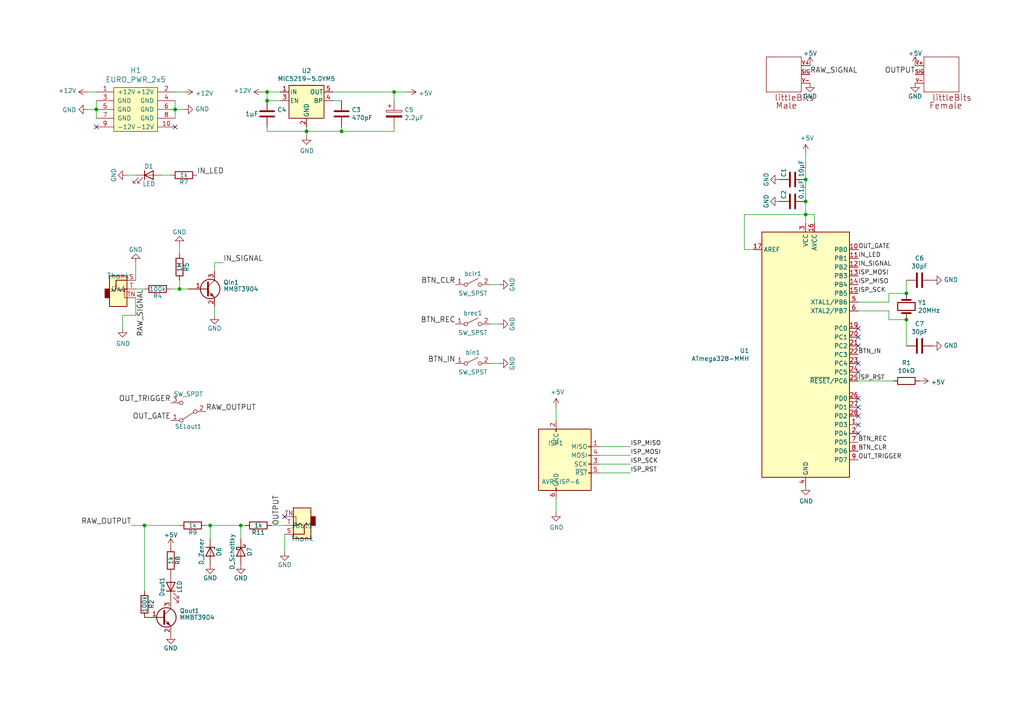
<source format=kicad_sch>
(kicad_sch (version 20230121) (generator eeschema)
  (paper "A4")
  (lib_symbols
    (symbol "Connector:AVR-ISP-6" (pin_names (offset 1.016))
      (property "Reference" "J" (at -6.35 11.43 0))
      (property "Value" "AVR-ISP-6" (at 0 11.43 0))
      (symbol "AVR-ISP-6_0_1"
        (rectangle (start -2.667 -6.858) (end -2.413 -7.62))
        (rectangle (start -2.667 10.16) (end -2.413 9.398))
        (rectangle (start 7.62 -2.413) (end 6.858 -2.667))
        (rectangle (start 7.62 0.127) (end 6.858 -0.127))
        (rectangle (start 7.62 2.667) (end 6.858 2.413))
        (rectangle (start 7.62 5.207) (end 6.858 4.953))
        (rectangle (start 7.62 10.16) (end -7.62 -7.62) (stroke (width 0.254)) (fill (type background)))
      )
      (symbol "AVR-ISP-6_1_1"
        (pin passive line (at 10.16 5.08 180) (length 2.54) (name "MISO") (number "1"))
        (pin passive line (at -2.54 12.7 270) (length 2.54) (name "VCC") (number "2"))
        (pin passive line (at 10.16 0 180) (length 2.54) (name "SCK") (number "3"))
        (pin passive line (at 10.16 2.54 180) (length 2.54) (name "MOSI") (number "4"))
        (pin passive line (at 10.16 -2.54 180) (length 2.54) (name "~{RST}") (number "5"))
        (pin passive line (at -2.54 -10.16 90) (length 2.54) (name "GND") (number "6"))
      )
    )
    (symbol "Device:C" (pin_numbers hide) (pin_names (offset 0.254))
      (property "Reference" "C" (at 0.635 2.54 0))
      (property "Value" "C" (at 0.635 -2.54 0))
      (symbol "C_0_1"
        (polyline (pts (xy -2.032 -0.762) (xy 2.032 -0.762)) (stroke (width 0.508)))
        (polyline (pts (xy -2.032 0.762) (xy 2.032 0.762)) (stroke (width 0.508)))
      )
      (symbol "C_1_1"
        (pin passive line (at 0 3.81 270) (length 2.794) (name "~") (number "1"))
        (pin passive line (at 0 -3.81 90) (length 2.794) (name "~") (number "2"))
      )
    )
    (symbol "Device:Crystal" (pin_numbers hide) (pin_names (offset 1.016) hide)
      (property "Reference" "Y" (at 0 3.81 0))
      (property "Value" "Crystal" (at 0 -3.81 0))
      (symbol "Crystal_0_1"
        (rectangle (start -1.143 2.54) (end 1.143 -2.54) (stroke (width 0.3048)))
        (polyline (pts (xy -2.54 0) (xy -1.905 0)))
        (polyline (pts (xy -1.905 -1.27) (xy -1.905 1.27)) (stroke (width 0.508)))
        (polyline (pts (xy 1.905 -1.27) (xy 1.905 1.27)) (stroke (width 0.508)))
        (polyline (pts (xy 2.54 0) (xy 1.905 0)))
      )
      (symbol "Crystal_1_1"
        (pin passive line (at -3.81 0 0) (length 1.27) (name "1") (number "1"))
        (pin passive line (at 3.81 0 180) (length 1.27) (name "2") (number "2"))
      )
    )
    (symbol "Device:D_Schottky" (pin_numbers hide) (pin_names (offset 1.016) hide)
      (property "Reference" "D" (at 0 2.54 0))
      (property "Value" "D_Schottky" (at 0 -2.54 0))
      (symbol "D_Schottky_0_1"
        (polyline (pts (xy 1.27 0) (xy -1.27 0)))
        (polyline (pts (xy 1.27 1.27) (xy 1.27 -1.27) (xy -1.27 0) (xy 1.27 1.27)) (stroke (width 0.254)))
        (polyline (pts (xy -1.905 0.635) (xy -1.905 1.27) (xy -1.27 1.27) (xy -1.27 -1.27) (xy -0.635 -1.27) (xy -0.635 -0.635)) (stroke (width 0.254)))
      )
      (symbol "D_Schottky_1_1"
        (pin passive line (at -3.81 0 0) (length 2.54) (name "K") (number "1"))
        (pin passive line (at 3.81 0 180) (length 2.54) (name "A") (number "2"))
      )
    )
    (symbol "Device:D_Zener" (pin_numbers hide) (pin_names (offset 1.016) hide)
      (property "Reference" "D" (at 0 2.54 0))
      (property "Value" "D_Zener" (at 0 -2.54 0))
      (symbol "D_Zener_0_1"
        (polyline (pts (xy 1.27 0) (xy -1.27 0)))
        (polyline (pts (xy -1.27 -1.27) (xy -1.27 1.27) (xy -0.762 1.27)) (stroke (width 0.254)))
        (polyline (pts (xy 1.27 -1.27) (xy 1.27 1.27) (xy -1.27 0) (xy 1.27 -1.27)) (stroke (width 0.254)))
      )
      (symbol "D_Zener_1_1"
        (pin passive line (at -3.81 0 0) (length 2.54) (name "K") (number "1"))
        (pin passive line (at 3.81 0 180) (length 2.54) (name "A") (number "2"))
      )
    )
    (symbol "Device:LED" (pin_numbers hide) (pin_names (offset 1.016) hide)
      (property "Reference" "D" (at 0 2.54 0))
      (property "Value" "LED" (at 0 -2.54 0))
      (symbol "LED_0_1"
        (polyline (pts (xy -1.27 -1.27) (xy -1.27 1.27)) (stroke (width 0.254)))
        (polyline (pts (xy -1.27 0) (xy 1.27 0)))
        (polyline (pts (xy 1.27 -1.27) (xy 1.27 1.27) (xy -1.27 0) (xy 1.27 -1.27)) (stroke (width 0.254)))
        (polyline (pts (xy -3.048 -0.762) (xy -4.572 -2.286) (xy -3.81 -2.286) (xy -4.572 -2.286) (xy -4.572 -1.524)))
        (polyline (pts (xy -1.778 -0.762) (xy -3.302 -2.286) (xy -2.54 -2.286) (xy -3.302 -2.286) (xy -3.302 -1.524)))
      )
      (symbol "LED_1_1"
        (pin passive line (at -3.81 0 0) (length 2.54) (name "K") (number "1"))
        (pin passive line (at 3.81 0 180) (length 2.54) (name "A") (number "2"))
      )
    )
    (symbol "Device:R" (pin_numbers hide) (pin_names (offset 0))
      (property "Reference" "R" (at 2.032 0 90))
      (property "Value" "R" (at 0 0 90))
      (symbol "R_0_1"
        (rectangle (start -1.016 -2.54) (end 1.016 2.54) (stroke (width 0.254)))
      )
      (symbol "R_1_1"
        (pin passive line (at 0 3.81 270) (length 1.27) (name "~") (number "1"))
        (pin passive line (at 0 -3.81 90) (length 1.27) (name "~") (number "2"))
      )
    )
    (symbol "Regulator_Linear:MIC5219-5.0YM5" (pin_names (offset 0.254))
      (property "Reference" "U" (at -3.81 5.715 0))
      (property "Value" "MIC5219-5.0YM5" (at 0 5.715 0))
      (symbol "MIC5219-5.0YM5_0_1"
        (rectangle (start -5.08 4.445) (end 5.08 -5.08) (stroke (width 0.254)) (fill (type background)))
      )
      (symbol "MIC5219-5.0YM5_1_1"
        (pin power_in line (at -7.62 2.54 0) (length 2.54) (name "IN") (number "1"))
        (pin power_in line (at 0 -7.62 90) (length 2.54) (name "GND") (number "2"))
        (pin input line (at -7.62 0 0) (length 2.54) (name "EN") (number "3"))
        (pin input line (at 7.62 0 180) (length 2.54) (name "BP") (number "4"))
        (pin power_out line (at 7.62 2.54 180) (length 2.54) (name "OUT") (number "5"))
      )
    )
    (symbol "Switch:SW_SPDT" (pin_names (offset 0) hide)
      (property "Reference" "SW" (at 0 4.318 0))
      (property "Value" "SW_SPDT" (at 0 -5.08 0))
      (symbol "SW_SPDT_0_0"
        (circle (center -2.032 0) (radius 0.508))
        (circle (center 2.032 -2.54) (radius 0.508))
      )
      (symbol "SW_SPDT_0_1"
        (polyline (pts (xy -1.524 0.254) (xy 1.651 2.286)))
        (circle (center 2.032 2.54) (radius 0.508))
      )
      (symbol "SW_SPDT_1_1"
        (pin passive line (at 5.08 2.54 180) (length 2.54) (name "A") (number "1"))
        (pin passive line (at -5.08 0 0) (length 2.54) (name "B") (number "2"))
        (pin passive line (at 5.08 -2.54 180) (length 2.54) (name "C") (number "3"))
      )
    )
    (symbol "Switch:SW_SPST" (pin_names (offset 0) hide)
      (property "Reference" "SW" (at 0 3.175 0))
      (property "Value" "SW_SPST" (at 0 -2.54 0))
      (symbol "SW_SPST_0_0"
        (circle (center -2.032 0) (radius 0.508))
        (polyline (pts (xy -1.524 0.254) (xy 1.524 1.778)))
        (circle (center 2.032 0) (radius 0.508))
      )
      (symbol "SW_SPST_1_1"
        (pin passive line (at -5.08 0 0) (length 2.54) (name "A") (number "1"))
        (pin passive line (at 5.08 0 180) (length 2.54) (name "B") (number "2"))
      )
    )
    (symbol "Transistor_BJT:MMBT3904" (pin_names (offset 0) hide)
      (property "Reference" "Q" (at 5.08 1.905 0))
      (property "Value" "MMBT3904" (at 5.08 0 0))
      (symbol "MMBT3904_0_1"
        (polyline (pts (xy 0.635 0.635) (xy 2.54 2.54)))
        (polyline (pts (xy 0.635 -0.635) (xy 2.54 -2.54) (xy 2.54 -2.54)))
        (polyline (pts (xy 0.635 1.905) (xy 0.635 -1.905) (xy 0.635 -1.905)) (stroke (width 0.508)))
        (polyline (pts (xy 1.27 -1.778) (xy 1.778 -1.27) (xy 2.286 -2.286) (xy 1.27 -1.778) (xy 1.27 -1.778)) (fill (type outline)))
        (circle (center 1.27 0) (radius 2.8194) (stroke (width 0.254)))
      )
      (symbol "MMBT3904_1_1"
        (pin input line (at -5.08 0 0) (length 5.715) (name "B") (number "1"))
        (pin passive line (at 2.54 -5.08 90) (length 2.54) (name "E") (number "2"))
        (pin passive line (at 2.54 5.08 270) (length 2.54) (name "C") (number "3"))
      )
    )
    (symbol "microdrummer_uno-rescue:ATmega328-MMH-MCU_Microchip_ATmega"
      (property "Reference" "U" (at -12.7 36.83 0))
      (property "Value" "MCU_Microchip_ATmega_ATmega328-MMH" (at 2.54 -36.83 0))
      (symbol "ATmega328-MMH-MCU_Microchip_ATmega_0_1"
        (rectangle (start -12.7 -35.56) (end 12.7 35.56) (stroke (width 0.254)) (fill (type background)))
      )
      (symbol "ATmega328-MMH-MCU_Microchip_ATmega_1_1"
        (pin bidirectional line (at 15.24 -20.32 180) (length 2.54) (name "PD3") (number "1"))
        (pin bidirectional line (at 15.24 30.48 180) (length 2.54) (name "PB0") (number "10"))
        (pin bidirectional line (at 15.24 27.94 180) (length 2.54) (name "PB1") (number "11"))
        (pin bidirectional line (at 15.24 25.4 180) (length 2.54) (name "PB2") (number "12"))
        (pin bidirectional line (at 15.24 22.86 180) (length 2.54) (name "PB3") (number "13"))
        (pin bidirectional line (at 15.24 20.32 180) (length 2.54) (name "PB4") (number "14"))
        (pin bidirectional line (at 15.24 17.78 180) (length 2.54) (name "PB5") (number "15"))
        (pin power_in line (at 2.54 38.1 270) (length 2.54) (name "AVCC") (number "16"))
        (pin passive line (at -15.24 30.48 0) (length 2.54) (name "AREF") (number "17"))
        (pin passive line (at 0 -38.1 90) (length 2.54) hide (name "GND") (number "18"))
        (pin bidirectional line (at 15.24 7.62 180) (length 2.54) (name "PC0") (number "19"))
        (pin bidirectional line (at 15.24 -22.86 180) (length 2.54) (name "PD4") (number "2"))
        (pin bidirectional line (at 15.24 5.08 180) (length 2.54) (name "PC1") (number "20"))
        (pin bidirectional line (at 15.24 2.54 180) (length 2.54) (name "PC2") (number "21"))
        (pin bidirectional line (at 15.24 0 180) (length 2.54) (name "PC3") (number "22"))
        (pin bidirectional line (at 15.24 -2.54 180) (length 2.54) (name "PC4") (number "23"))
        (pin bidirectional line (at 15.24 -5.08 180) (length 2.54) (name "PC5") (number "24"))
        (pin bidirectional line (at 15.24 -7.62 180) (length 2.54) (name "~{RESET}/PC6") (number "25"))
        (pin bidirectional line (at 15.24 -12.7 180) (length 2.54) (name "PD0") (number "26"))
        (pin bidirectional line (at 15.24 -15.24 180) (length 2.54) (name "PD1") (number "27"))
        (pin bidirectional line (at 15.24 -17.78 180) (length 2.54) (name "PD2") (number "28"))
        (pin passive line (at 0 -38.1 90) (length 2.54) hide (name "GND") (number "29"))
        (pin power_in line (at 0 38.1 270) (length 2.54) (name "VCC") (number "3"))
        (pin power_in line (at 0 -38.1 90) (length 2.54) (name "GND") (number "4"))
        (pin bidirectional line (at 15.24 15.24 180) (length 2.54) (name "XTAL1/PB6") (number "5"))
        (pin bidirectional line (at 15.24 12.7 180) (length 2.54) (name "XTAL2/PB7") (number "6"))
        (pin bidirectional line (at 15.24 -25.4 180) (length 2.54) (name "PD5") (number "7"))
        (pin bidirectional line (at 15.24 -27.94 180) (length 2.54) (name "PD6") (number "8"))
        (pin bidirectional line (at 15.24 -30.48 180) (length 2.54) (name "PD7") (number "9"))
      )
    )
    (symbol "microdrummer_uno-rescue:AudioJack2_SwitchT-Connector"
      (property "Reference" "J" (at 0 8.89 0))
      (property "Value" "Connector_AudioJack2_SwitchT" (at 0 6.35 0))
      (symbol "AudioJack2_SwitchT-Connector_0_1"
        (rectangle (start -2.54 0) (end -3.81 -2.54) (stroke (width 0.254)) (fill (type outline)))
        (polyline (pts (xy 1.778 -0.254) (xy 2.032 -0.762)))
        (polyline (pts (xy 0 0) (xy 0.635 -0.635) (xy 1.27 0) (xy 2.54 0)) (stroke (width 0.254)))
        (polyline (pts (xy 2.54 -2.54) (xy 1.778 -2.54) (xy 1.778 -0.254) (xy 1.524 -0.762)))
        (polyline (pts (xy 2.54 2.54) (xy -0.635 2.54) (xy -0.635 0) (xy -1.27 -0.635) (xy -1.905 0)) (stroke (width 0.254)))
        (rectangle (start 2.54 3.81) (end -2.54 -5.08) (stroke (width 0.254)) (fill (type background)))
      )
      (symbol "AudioJack2_SwitchT-Connector_1_1"
        (pin passive line (at 5.08 2.54 180) (length 2.54) (name "~") (number "S"))
        (pin passive line (at 5.08 0 180) (length 2.54) (name "~") (number "T"))
        (pin passive line (at 5.08 -2.54 180) (length 2.54) (name "~") (number "TN"))
      )
    )
    (symbol "microdrummer_uno-rescue:CP-Device" (pin_numbers hide) (pin_names (offset 0.254))
      (property "Reference" "C" (at 0.635 2.54 0))
      (property "Value" "Device_CP" (at 0.635 -2.54 0))
      (symbol "CP-Device_0_1"
        (rectangle (start -2.286 0.508) (end 2.286 1.016))
        (polyline (pts (xy -1.778 2.286) (xy -0.762 2.286)))
        (polyline (pts (xy -1.27 2.794) (xy -1.27 1.778)))
        (rectangle (start 2.286 -0.508) (end -2.286 -1.016) (fill (type outline)))
      )
      (symbol "CP-Device_1_1"
        (pin passive line (at 0 3.81 270) (length 2.794) (name "~") (number "1"))
        (pin passive line (at 0 -3.81 90) (length 2.794) (name "~") (number "2"))
      )
    )
    (symbol "microdrummer_uno-rescue:EURO_PWR_2x5-eurocad" (pin_names (offset 1.016))
      (property "Reference" "J" (at 0 -7.62 0))
      (property "Value" "eurocad_EURO_PWR_2x5" (at 0 7.62 0))
      (symbol "EURO_PWR_2x5-eurocad_0_1"
        (rectangle (start -6.35 6.35) (end 6.35 -6.35) (fill (type background)))
      )
      (symbol "EURO_PWR_2x5-eurocad_1_1"
        (pin power_in line (at -11.43 5.08 0) (length 5.08) (name "+12V") (number "1"))
        (pin power_in line (at 11.43 -5.08 180) (length 5.08) (name "-12V") (number "10"))
        (pin power_in line (at 11.43 5.08 180) (length 5.08) (name "+12V") (number "2"))
        (pin power_in line (at -11.43 2.54 0) (length 5.08) (name "GND") (number "3"))
        (pin power_in line (at 11.43 2.54 180) (length 5.08) (name "GND") (number "4"))
        (pin power_in line (at -11.43 0 0) (length 5.08) (name "GND") (number "5"))
        (pin power_in line (at 11.43 0 180) (length 5.08) (name "GND") (number "6"))
        (pin power_in line (at -11.43 -2.54 0) (length 5.08) (name "GND") (number "7"))
        (pin power_in line (at 11.43 -2.54 180) (length 5.08) (name "GND") (number "8"))
        (pin power_in line (at -11.43 -5.08 0) (length 5.08) (name "-12V") (number "9"))
      )
    )
    (symbol "microdrummer_uno-rescue:LITTLEBITS_FEMALE-SparkFun-Connectors-microdrummer_uno-rescue" (pin_names (offset 1.016) hide)
      (symbol "LITTLEBITS_FEMALE-SparkFun-Connectors-microdrummer_uno-rescue_1_0"
        (polyline (pts (xy -5.08 -5.08) (xy 5.08 -5.08)))
        (polyline (pts (xy -5.08 5.08) (xy -5.08 -5.08)))
        (polyline (pts (xy 5.08 -5.08) (xy 5.08 5.08)))
        (polyline (pts (xy 5.08 5.08) (xy -5.08 5.08)))
        (text "Female" (at 1.27 -9.017 0) (effects (font (size 1.778 1.778))))
        (text "littleBits" (at 3.048 -6.731 0) (effects (font (size 1.778 1.778))))
      )
      (symbol "LITTLEBITS_FEMALE-SparkFun-Connectors-microdrummer_uno-rescue_1_1"
        (pin bidirectional line (at -7.62 0 0) (length 2.54) (name "SIG") (number "SIG"))
        (pin bidirectional line (at -7.62 2.54 0) (length 2.54) (name "VCC") (number "V+"))
        (pin bidirectional line (at -7.62 -2.54 0) (length 2.54) (name "GND") (number "V-"))
      )
    )
    (symbol "microdrummer_uno-rescue:LITTLEBITS_MALE-SparkFun-Connectors-microdrummer_uno-rescue" (pin_names (offset 1.016) hide)
      (symbol "LITTLEBITS_MALE-SparkFun-Connectors-microdrummer_uno-rescue_1_0"
        (polyline (pts (xy -5.08 -5.08) (xy 5.08 -5.08)))
        (polyline (pts (xy -5.08 5.08) (xy -5.08 -5.08)))
        (polyline (pts (xy 5.08 -5.08) (xy 5.08 5.08)))
        (polyline (pts (xy 5.08 5.08) (xy -5.08 5.08)))
        (text "littleBits" (at 3.048 -6.731 0) (effects (font (size 1.778 1.778))))
        (text "Male" (at 0.762 -9.017 0) (effects (font (size 1.778 1.778))))
      )
      (symbol "LITTLEBITS_MALE-SparkFun-Connectors-microdrummer_uno-rescue_1_1"
        (pin bidirectional line (at 7.62 0 180) (length 2.54) (name "SIG") (number "SIG"))
        (pin bidirectional line (at 7.62 2.54 180) (length 2.54) (name "VCC") (number "V+"))
        (pin bidirectional line (at 7.62 -2.54 180) (length 2.54) (name "GND") (number "V-"))
      )
    )
    (symbol "power:+12V" (power) (pin_names (offset 0))
      (property "Value" "+12V" (at 0 3.556 0))
      (symbol "+12V_0_1"
        (polyline (pts (xy -0.762 1.27) (xy 0 2.54)))
        (polyline (pts (xy 0 0) (xy 0 2.54)))
        (polyline (pts (xy 0 2.54) (xy 0.762 1.27)))
      )
      (symbol "+12V_1_1"
        (pin power_in line (at 0 0 90) (length 0) hide (name "+12V") (number "1"))
      )
    )
    (symbol "power:+5V" (power) (pin_names (offset 0))
      (property "Value" "+5V" (at 0 3.556 0))
      (symbol "+5V_0_1"
        (polyline (pts (xy -0.762 1.27) (xy 0 2.54)))
        (polyline (pts (xy 0 0) (xy 0 2.54)))
        (polyline (pts (xy 0 2.54) (xy 0.762 1.27)))
      )
      (symbol "+5V_1_1"
        (pin power_in line (at 0 0 90) (length 0) hide (name "+5V") (number "1"))
      )
    )
    (symbol "power:GND" (power) (pin_names (offset 0))
      (property "Value" "GND" (at 0 -3.81 0))
      (symbol "GND_0_1"
        (polyline (pts (xy 0 0) (xy 0 -1.27) (xy 1.27 -1.27) (xy 0 -2.54) (xy -1.27 -1.27) (xy 0 -1.27)))
      )
      (symbol "GND_1_1"
        (pin power_in line (at 0 0 270) (length 0) hide (name "GND") (number "1"))
      )
    )
  )
  (junction (at 60.96 152.4))
  (junction (at 69.85 152.4))
  (junction (at 233.68 62.23))
  (junction (at 88.9 38.1))
  (junction (at 77.47 29.21))
  (junction (at 233.68 58.42))
  (junction (at 27.94 31.75))
  (junction (at 262.89 85.09))
  (junction (at 50.8 31.75))
  (junction (at 52.07 83.82))
  (junction (at 99.06 38.1))
  (junction (at 233.68 52.07))
  (junction (at 262.89 92.71))
  (junction (at 114.3 26.67))
  (junction (at 41.91 152.4))
  (junction (at 77.47 26.67))
  (no_connect (at 82.55 149.86))
  (no_connect (at 50.8 36.83))
  (no_connect (at 248.92 107.95))
  (no_connect (at 248.92 118.11))
  (no_connect (at 27.94 36.83))
  (no_connect (at 248.92 97.79))
  (no_connect (at 248.92 105.41))
  (no_connect (at 248.92 125.73))
  (no_connect (at 248.92 115.57))
  (no_connect (at 248.92 123.19))
  (no_connect (at 248.92 95.25))
  (no_connect (at 248.92 100.33))
  (no_connect (at 248.92 120.65))
  (wire (pts (xy 41.91 171.45) (xy 41.91 152.4)))
  (wire (pts (xy 215.9 72.39) (xy 218.44 72.39)))
  (wire (pts (xy 233.68 62.23) (xy 233.68 58.42)))
  (wire (pts (xy 82.55 154.94) (xy 82.55 160.02)))
  (wire (pts (xy 62.23 88.9) (xy 62.23 91.44)))
  (wire (pts (xy 39.37 76.2) (xy 39.37 81.28)))
  (wire (pts (xy 50.8 31.75) (xy 53.34 31.75)))
  (wire (pts (xy 262.89 85.09) (xy 262.89 81.28)))
  (wire (pts (xy 69.85 152.4) (xy 71.12 152.4)))
  (wire (pts (xy 233.68 52.07) (xy 233.68 44.45)))
  (wire (pts (xy 233.68 62.23) (xy 215.9 62.23)))
  (wire (pts (xy 39.37 50.8) (xy 36.83 50.8)))
  (wire (pts (xy 257.81 87.63) (xy 257.81 85.09)))
  (wire (pts (xy 77.47 38.1) (xy 88.9 38.1)))
  (wire (pts (xy 41.91 152.4) (xy 52.07 152.4)))
  (wire (pts (xy 236.22 62.23) (xy 236.22 64.77)))
  (wire (pts (xy 173.99 132.08) (xy 182.88 132.08)))
  (wire (pts (xy 96.52 26.67) (xy 114.3 26.67)))
  (wire (pts (xy 50.8 26.67) (xy 53.34 26.67)))
  (wire (pts (xy 257.81 85.09) (xy 262.89 85.09)))
  (wire (pts (xy 88.9 36.83) (xy 88.9 38.1)))
  (wire (pts (xy 27.94 34.29) (xy 27.94 31.75)))
  (wire (pts (xy 52.07 83.82) (xy 54.61 83.82)))
  (wire (pts (xy 62.23 76.2) (xy 62.23 78.74)))
  (wire (pts (xy 182.88 129.54) (xy 173.99 129.54)))
  (wire (pts (xy 182.88 137.16) (xy 173.99 137.16)))
  (wire (pts (xy 248.92 90.17) (xy 257.81 90.17)))
  (wire (pts (xy 64.77 76.2) (xy 62.23 76.2)))
  (wire (pts (xy 233.68 64.77) (xy 233.68 62.23)))
  (wire (pts (xy 69.85 156.21) (xy 69.85 152.4)))
  (wire (pts (xy 78.74 152.4) (xy 82.55 152.4)))
  (wire (pts (xy 144.78 105.41) (xy 142.24 105.41)))
  (wire (pts (xy 96.52 29.21) (xy 99.06 29.21)))
  (wire (pts (xy 50.8 34.29) (xy 50.8 31.75)))
  (wire (pts (xy 114.3 26.67) (xy 118.11 26.67)))
  (wire (pts (xy 114.3 26.67) (xy 114.3 29.21)))
  (wire (pts (xy 49.53 83.82) (xy 52.07 83.82)))
  (wire (pts (xy 114.3 36.83) (xy 114.3 38.1)))
  (wire (pts (xy 77.47 26.67) (xy 81.28 26.67)))
  (wire (pts (xy 39.37 91.44) (xy 39.37 86.36)))
  (wire (pts (xy 27.94 31.75) (xy 25.4 31.75)))
  (wire (pts (xy 77.47 29.21) (xy 77.47 26.67)))
  (wire (pts (xy 99.06 38.1) (xy 88.9 38.1)))
  (wire (pts (xy 76.2 26.67) (xy 77.47 26.67)))
  (wire (pts (xy 114.3 38.1) (xy 99.06 38.1)))
  (wire (pts (xy 88.9 38.1) (xy 88.9 39.37)))
  (wire (pts (xy 182.88 134.62) (xy 173.99 134.62)))
  (wire (pts (xy 41.91 83.82) (xy 39.37 83.82)))
  (wire (pts (xy 215.9 62.23) (xy 215.9 72.39)))
  (wire (pts (xy 60.96 152.4) (xy 69.85 152.4)))
  (wire (pts (xy 35.56 95.25) (xy 35.56 91.44)))
  (wire (pts (xy 38.1 152.4) (xy 41.91 152.4)))
  (wire (pts (xy 27.94 26.67) (xy 25.4 26.67)))
  (wire (pts (xy 257.81 90.17) (xy 257.81 92.71)))
  (wire (pts (xy 59.69 152.4) (xy 60.96 152.4)))
  (wire (pts (xy 161.29 118.11) (xy 161.29 121.92)))
  (wire (pts (xy 161.29 144.78) (xy 161.29 148.59)))
  (wire (pts (xy 144.78 82.55) (xy 142.24 82.55)))
  (wire (pts (xy 49.53 50.8) (xy 46.99 50.8)))
  (wire (pts (xy 233.68 58.42) (xy 233.68 52.07)))
  (wire (pts (xy 248.92 110.49) (xy 259.08 110.49)))
  (wire (pts (xy 60.96 156.21) (xy 60.96 152.4)))
  (wire (pts (xy 77.47 29.21) (xy 81.28 29.21)))
  (wire (pts (xy 248.92 87.63) (xy 257.81 87.63)))
  (wire (pts (xy 50.8 29.21) (xy 50.8 31.75)))
  (wire (pts (xy 77.47 36.83) (xy 77.47 38.1)))
  (wire (pts (xy 257.81 92.71) (xy 262.89 92.71)))
  (wire (pts (xy 52.07 71.12) (xy 52.07 73.66)))
  (wire (pts (xy 35.56 91.44) (xy 39.37 91.44)))
  (wire (pts (xy 262.89 92.71) (xy 262.89 100.33)))
  (wire (pts (xy 99.06 36.83) (xy 99.06 38.1)))
  (wire (pts (xy 233.68 62.23) (xy 236.22 62.23)))
  (wire (pts (xy 144.78 93.98) (xy 142.24 93.98)))
  (wire (pts (xy 52.07 81.28) (xy 52.07 83.82)))
  (wire (pts (xy 27.94 29.21) (xy 27.94 31.75)))
  (label "BTN_CLR" (at 132.08 82.55 180) (effects (font (size 1.524 1.524))))
  (label "IN_SIGNAL" (at 64.77 76.2 0) (effects (font (size 1.524 1.524))))
  (label "RAW_OUTPUT" (at 38.1 152.4 180) (effects (font (size 1.524 1.524))))
  (label "OUT_TRIGGER" (at 248.92 133.35 0))
  (label "ISP_SCK" (at 182.88 134.62 0))
  (label "ISP_SCK" (at 248.92 85.09 0))
  (label "IN_LED" (at 248.92 74.93 0))
  (label "IN_LED" (at 57.15 50.8 0) (effects (font (size 1.524 1.524))))
  (label "RAW_SIGNAL" (at 234.95 21.59 0) (effects (font (size 1.524 1.524))))
  (label "ISP_MOSI" (at 248.92 80.01 0))
  (label "BTN_IN" (at 132.08 105.41 180) (effects (font (size 1.524 1.524))))
  (label "RAW_OUTPUT" (at 59.69 119.38 0) (effects (font (size 1.524 1.524))))
  (label "ISP_MOSI" (at 182.88 132.08 0))
  (label "OUT_GATE" (at 49.53 121.92 180) (effects (font (size 1.524 1.524))))
  (label "BTN_IN" (at 248.92 102.87 0))
  (label "RAW_SIGNAL" (at 41.91 83.82 270) (effects (font (size 1.524 1.524))))
  (label "ISP_MISO" (at 248.92 82.55 0))
  (label "BTN_REC" (at 132.08 93.98 180) (effects (font (size 1.524 1.524))))
  (label "OUTPUT" (at 81.28 152.4 90) (effects (font (size 1.524 1.524))))
  (label "ISP_MISO" (at 182.88 129.54 0))
  (label "ISP_RST" (at 182.88 137.16 0))
  (label "OUTPUT" (at 265.43 21.59 180) (effects (font (size 1.524 1.524))))
  (label "IN_SIGNAL" (at 248.92 77.47 0))
  (label "BTN_REC" (at 248.92 128.27 0))
  (label "BTN_CLR" (at 248.92 130.81 0))
  (label "OUT_TRIGGER" (at 49.53 116.84 180) (effects (font (size 1.524 1.524))))
  (label "ISP_RST" (at 248.92 110.49 0))
  (label "OUT_GATE" (at 248.92 72.39 0))
  (symbol (lib_id "Switch:SW_SPST") (at 137.16 105.41 0) (unit 1)
    (property "Reference" "bin1" (at 137.16 102.235 0))
    (property "Value" "SW_SPST" (at 137.16 107.95 0))
    (property "Footprint" "chillpizza:Kailh_socket_MX_1.5v" (effects hide))
  )
  (symbol (lib_id "Switch:SW_SPST") (at 137.16 82.55 0) (unit 1)
    (property "Reference" "bclr1" (at 137.16 79.375 0))
    (property "Value" "SW_SPST" (at 137.16 85.09 0))
    (property "Footprint" "chillpizza:Kailh_socket_MX" (effects hide))
  )
  (symbol (lib_id "Connector:AVR-ISP-6") (at 163.83 134.62 0) (unit 1)
    (property "Reference" "ISP1" (at 161.163 128.524 0))
    (property "Value" "AVR-ISP-6" (at 157.099 140.462 0) (effects (justify left bottom)))
    (property "Footprint" "Pin_Headers:Pin_Header_Straight_2x03_Pitch2.54mm" (effects hide))
  )
  (symbol (lib_id "microdrummer_uno-rescue:AudioJack2_SwitchT-Connector") (at 34.29 83.82 0) (unit 1)
    (property "Reference" "Jin1" (at 34.29 83.82 0) (effects (font (size 1.524 1.524))))
    (property "Value" "Thonk" (at 34.29 80.01 0) (effects (font (size 1.524 1.524))))
    (property "Footprint" "chillpizza:schurter_3.5mm_mono_audio" (effects hide))
  )
  (symbol (lib_id "Device:R") (at 45.72 83.82 270) (unit 1)
    (property "Reference" "R4" (at 45.72 85.852 90))
    (property "Value" "100k" (at 45.72 83.82 90))
    (property "Footprint" "Resistors_SMD:R_0603" (effects hide))
  )
  (symbol (lib_id "Device:R") (at 52.07 77.47 0) (unit 1)
    (property "Reference" "R5" (at 54.102 77.47 90))
    (property "Value" "1M" (at 52.07 77.47 90))
    (property "Footprint" "Resistors_SMD:R_0603" (effects hide))
  )
  (symbol (lib_id "Transistor_BJT:MMBT3904") (at 59.69 83.82 0) (unit 1)
    (property "Reference" "Qin1" (at 64.77 81.915 0) (effects (justify left)))
    (property "Value" "MMBT3904" (at 64.77 83.82 0) (effects (justify left)))
    (property "Footprint" "TO_SOT_Packages_SMD:SOT-23" (effects hide))
  )
  (symbol (lib_id "power:GND") (at 62.23 91.44 0) (unit 1)
    (property "Reference" "#PWR01" (effects hide))
    (property "Value" "GND" (at 62.23 95.25 0))
  )
  (symbol (lib_id "power:GND") (at 52.07 71.12 180) (unit 1)
    (property "Reference" "#PWR02" (effects hide))
    (property "Value" "GND" (at 52.07 67.31 0))
  )
  (symbol (lib_id "Device:R") (at 53.34 50.8 270) (unit 1)
    (property "Reference" "R7" (at 53.34 52.832 90))
    (property "Value" "1k" (at 53.34 50.8 90))
    (property "Footprint" "Resistors_SMD:R_0603" (effects hide))
  )
  (symbol (lib_id "Device:LED") (at 43.18 50.8 0) (unit 1)
    (property "Reference" "D1" (at 43.18 48.26 0))
    (property "Value" "LED" (at 43.18 53.34 0))
    (property "Footprint" "LEDs:LED_D3.0mm_FlatTop" (effects hide))
  )
  (symbol (lib_id "power:GND") (at 39.37 76.2 180) (unit 1)
    (property "Reference" "#PWR06" (effects hide))
    (property "Value" "GND" (at 39.37 72.39 0))
  )
  (symbol (lib_id "microdrummer_uno-rescue:AudioJack2_SwitchT-Connector") (at 87.63 152.4 180) (unit 1)
    (property "Reference" "Jout1" (at 87.63 152.4 0) (effects (font (size 1.524 1.524))))
    (property "Value" "Thonk" (at 87.63 156.21 0) (effects (font (size 1.524 1.524))))
    (property "Footprint" "chillpizza:schurter_3.5mm_mono_audio" (effects hide))
  )
  (symbol (lib_id "power:GND") (at 82.55 160.02 0) (unit 1)
    (property "Reference" "#PWR023" (effects hide))
    (property "Value" "GND" (at 82.55 163.83 0))
  )
  (symbol (lib_id "power:GND") (at 144.78 105.41 90) (unit 1)
    (property "Reference" "#PWR011" (effects hide))
    (property "Value" "GND" (at 148.59 105.41 0))
  )
  (symbol (lib_id "power:GND") (at 144.78 82.55 90) (unit 1)
    (property "Reference" "#PWR012" (effects hide))
    (property "Value" "GND" (at 148.59 82.55 0))
  )
  (symbol (lib_id "microdrummer_uno-rescue:LITTLEBITS_FEMALE-SparkFun-Connectors-microdrummer_uno-rescue") (at 273.05 21.59 0) (unit 1)
    (property "Reference" "M2" (effects hide))
    (property "Value" "LITTLEBITS_FEMALE" (effects hide))
    (property "Footprint" "chillpizza:LITTLE_BITS_FEMALE" (effects hide))
  )
  (symbol (lib_id "microdrummer_uno-rescue:LITTLEBITS_MALE-SparkFun-Connectors-microdrummer_uno-rescue") (at 227.33 21.59 0) (unit 1)
    (property "Reference" "M1" (effects hide))
    (property "Value" "LITTLEBITS_MALE" (effects hide))
    (property "Footprint" "chillpizza:LITTLE_BITS_MALE" (effects hide))
  )
  (symbol (lib_id "power:+5V") (at 234.95 19.05 0) (unit 1)
    (property "Reference" "#PWR015" (effects hide))
    (property "Value" "+5V" (at 234.95 15.494 0))
  )
  (symbol (lib_id "power:+5V") (at 265.43 19.05 0) (unit 1)
    (property "Reference" "#PWR016" (effects hide))
    (property "Value" "+5V" (at 265.43 15.494 0))
  )
  (symbol (lib_id "power:GND") (at 234.95 24.13 0) (unit 1)
    (property "Reference" "#PWR017" (effects hide))
    (property "Value" "GND" (at 234.95 27.94 0))
  )
  (symbol (lib_id "power:GND") (at 265.43 24.13 0) (unit 1)
    (property "Reference" "#PWR018" (effects hide))
    (property "Value" "GND" (at 265.43 27.94 0))
  )
  (symbol (lib_id "Switch:SW_SPDT") (at 54.61 119.38 180) (unit 1)
    (property "Reference" "SELout1" (at 54.61 123.698 0))
    (property "Value" "SW_SPDT" (at 54.61 114.3 0))
    (property "Footprint" "digikey-footprints:Toggle_Switch_100SP1T1B4M2QE" (effects hide))
  )
  (symbol (lib_id "power:GND") (at 36.83 50.8 270) (unit 1)
    (property "Reference" "#PWR019" (effects hide))
    (property "Value" "GND" (at 33.02 50.8 0))
  )
  (symbol (lib_id "Device:R") (at 49.53 162.56 0) (unit 1)
    (property "Reference" "R8" (at 51.562 162.56 90))
    (property "Value" "1k" (at 49.53 162.56 90))
    (property "Footprint" "Resistors_SMD:R_0603" (effects hide))
  )
  (symbol (lib_id "Device:LED") (at 49.53 170.18 90) (unit 1)
    (property "Reference" "Dout1" (at 46.99 170.18 0))
    (property "Value" "LED" (at 52.07 170.18 0))
    (property "Footprint" "LEDs:LED_D3.0mm_FlatTop" (effects hide))
  )
  (symbol (lib_id "Transistor_BJT:MMBT3904") (at 46.99 179.07 0) (unit 1)
    (property "Reference" "Qout1" (at 52.07 177.165 0) (effects (justify left)))
    (property "Value" "MMBT3904" (at 52.07 179.07 0) (effects (justify left)))
    (property "Footprint" "TO_SOT_Packages_SMD:SOT-23" (effects hide))
  )
  (symbol (lib_id "power:+5V") (at 49.53 158.75 0) (unit 1)
    (property "Reference" "#PWR024" (effects hide))
    (property "Value" "+5V" (at 49.53 155.194 0))
  )
  (symbol (lib_id "power:GND") (at 49.53 184.15 0) (unit 1)
    (property "Reference" "#PWR025" (effects hide))
    (property "Value" "GND" (at 49.53 187.96 0))
  )
  (symbol (lib_id "Device:R") (at 41.91 175.26 0) (unit 1)
    (property "Reference" "R2" (at 43.942 175.26 90))
    (property "Value" "100k" (at 41.91 175.26 90))
    (property "Footprint" "Resistors_SMD:R_0603" (effects hide))
  )
  (symbol (lib_id "Device:R") (at 55.88 152.4 270) (unit 1)
    (property "Reference" "R9" (at 55.88 154.432 90))
    (property "Value" "1k" (at 55.88 152.4 90))
    (property "Footprint" "Resistors_SMD:R_0603" (effects hide))
  )
  (symbol (lib_id "Device:R") (at 74.93 152.4 270) (unit 1)
    (property "Reference" "R11" (at 74.93 154.432 90))
    (property "Value" "1k" (at 74.93 152.4 90))
    (property "Footprint" "Resistors_SMD:R_0603" (effects hide))
  )
  (symbol (lib_id "Device:D_Zener") (at 60.96 160.02 270) (unit 1)
    (property "Reference" "D6" (at 63.5 160.02 0))
    (property "Value" "D_Zener" (at 58.42 160.02 0))
    (property "Footprint" "Diodes_SMD:D_0603" (effects hide))
  )
  (symbol (lib_id "Device:D_Schottky") (at 69.85 160.02 270) (unit 1)
    (property "Reference" "D7" (at 72.39 160.02 0))
    (property "Value" "D_Schottky" (at 67.31 160.02 0))
    (property "Footprint" "Diodes_SMD:D_0603" (effects hide))
  )
  (symbol (lib_id "power:GND") (at 60.96 163.83 0) (unit 1)
    (property "Reference" "#PWR026" (effects hide))
    (property "Value" "GND" (at 60.96 167.64 0))
  )
  (symbol (lib_id "power:GND") (at 69.85 163.83 0) (unit 1)
    (property "Reference" "#PWR027" (effects hide))
    (property "Value" "GND" (at 69.85 167.64 0))
  )
  (symbol (lib_id "Regulator_Linear:MIC5219-5.0YM5") (at 88.9 29.21 0) (unit 1)
    (property "Reference" "U2" (at 88.9 20.5232 0))
    (property "Value" "MIC5219-5.0YM5" (at 88.9 22.8346 0))
    (property "Footprint" "TO_SOT_Packages_SMD:SOT-23-5" (effects hide))
    (property "Datasheet" "http://ww1.microchip.com/downloads/en/DeviceDoc/MIC5219-500mA-Peak-Output-LDO-Regulator-DS20006021A.pdf" (effects hide))
  )
  (symbol (lib_id "power:+12V") (at 76.2 26.67 90) (unit 1)
    (property "Reference" "#PWR0103" (effects hide))
    (property "Value" "+12V" (at 72.9488 26.289 90) (effects (justify left)))
  )
  (symbol (lib_id "power:+5V") (at 118.11 26.67 270) (unit 1)
    (property "Reference" "#PWR0104" (effects hide))
    (property "Value" "+5V" (at 121.3612 27.051 90) (effects (justify left)))
  )
  (symbol (lib_id "Device:Crystal") (at 262.89 88.9 270) (unit 1)
    (property "Reference" "Y1" (at 266.2174 87.7316 90) (effects (justify left)))
    (property "Value" "20MHz" (at 266.2174 90.043 90) (effects (justify left)))
    (property "Footprint" "Crystals:Crystal_SMD_0603-2pin_6.0x3.5mm" (effects hide))
  )
  (symbol (lib_id "power:GND") (at 88.9 39.37 0) (unit 1)
    (property "Reference" "#PWR0105" (effects hide))
    (property "Value" "GND" (at 89.027 43.7642 0))
  )
  (symbol (lib_id "Device:C") (at 99.06 33.02 0) (unit 1)
    (property "Reference" "C3" (at 101.981 31.8516 0) (effects (justify left)))
    (property "Value" "470pF" (at 101.981 34.163 0) (effects (justify left)))
    (property "Footprint" "Capacitors_SMD:C_0603" (effects hide))
  )
  (symbol (lib_id "Device:C") (at 77.47 33.02 0) (unit 1)
    (property "Reference" "C4" (at 80.391 31.8516 0) (effects (justify left)))
    (property "Value" "1μF" (at 71.12 33.02 0) (effects (justify left)))
    (property "Footprint" "Capacitors_SMD:C_0603" (effects hide))
  )
  (symbol (lib_id "microdrummer_uno-rescue:ATmega328-MMH-MCU_Microchip_ATmega") (at 233.68 102.87 0) (unit 1)
    (property "Reference" "U1" (at 217.3224 101.7016 0) (effects (justify right)))
    (property "Value" "ATmega328-MMH" (at 217.3224 104.013 0) (effects (justify right)))
    (property "Footprint" "Package_DFN_QFN:VQFN-28-1EP_4x4mm_P0.45mm_EP2.4x2.4mm_ThermalVias" (effects hide))
    (property "Datasheet" "http://ww1.microchip.com/downloads/en/DeviceDoc/ATmega328_P%20AVR%20MCU%20with%20picoPower%20Technology%20Data%20Sheet%2040001984A.pdf" (effects hide))
  )
  (symbol (lib_id "microdrummer_uno-rescue:CP-Device") (at 114.3 33.02 0) (unit 1)
    (property "Reference" "C5" (at 117.2972 31.8516 0) (effects (justify left)))
    (property "Value" "2.2μF" (at 117.2972 34.163 0) (effects (justify left)))
    (property "Footprint" "Capacitors_SMD:CP_Elec_4x4.5" (effects hide))
  )
  (symbol (lib_id "power:GND") (at 233.68 140.97 0) (unit 1)
    (property "Reference" "#PWR0107" (effects hide))
    (property "Value" "GND" (at 233.807 145.3642 0))
  )
  (symbol (lib_id "power:+5V") (at 233.68 44.45 0) (unit 1)
    (property "Reference" "#PWR0108" (effects hide))
    (property "Value" "+5V" (at 234.061 40.0558 0))
  )
  (symbol (lib_id "Device:R") (at 262.89 110.49 270) (unit 1)
    (property "Reference" "R1" (at 262.89 105.2322 90))
    (property "Value" "10kΩ" (at 262.89 107.5436 90))
    (property "Footprint" "Resistors_SMD:R_0603" (effects hide))
  )
  (symbol (lib_id "power:+5V") (at 266.7 110.49 270) (unit 1)
    (property "Reference" "#PWR0109" (effects hide))
    (property "Value" "+5V" (at 269.9512 110.871 90) (effects (justify left)))
  )
  (symbol (lib_id "Device:C") (at 229.87 58.42 90) (unit 1)
    (property "Reference" "C2" (at 227.33 57.785 0) (effects (justify left)))
    (property "Value" "0.1μF" (at 232.41 57.785 0) (effects (justify left)))
    (property "Footprint" "Capacitors_SMD:C_0603" (effects hide))
  )
  (symbol (lib_id "Device:C") (at 229.87 52.07 90) (unit 1)
    (property "Reference" "C1" (at 227.33 51.435 0) (effects (justify left)))
    (property "Value" "10μF" (at 232.41 51.435 0) (effects (justify left)))
    (property "Footprint" "Capacitors_SMD:C_0603" (effects hide))
  )
  (symbol (lib_id "power:GND") (at 226.06 58.42 270) (unit 1)
    (property "Reference" "#PWR0110" (effects hide))
    (property "Value" "GND" (at 222.25 58.42 0))
  )
  (symbol (lib_id "power:GND") (at 226.06 52.07 270) (unit 1)
    (property "Reference" "#PWR0111" (effects hide))
    (property "Value" "GND" (at 222.25 52.07 0))
  )
  (symbol (lib_id "Device:C") (at 266.7 81.28 270) (unit 1)
    (property "Reference" "C6" (at 266.7 74.8792 90))
    (property "Value" "30pF" (at 266.7 77.1906 90))
    (property "Footprint" "Capacitors_SMD:C_0603_HandSoldering" (effects hide))
  )
  (symbol (lib_id "Device:C") (at 266.7 100.33 270) (unit 1)
    (property "Reference" "C7" (at 266.7 93.9292 90))
    (property "Value" "30pF" (at 266.7 96.2406 90))
    (property "Footprint" "Capacitors_SMD:C_0603_HandSoldering" (effects hide))
  )
  (symbol (lib_id "power:GND") (at 270.51 81.28 90) (unit 1)
    (property "Reference" "#PWR0115" (effects hide))
    (property "Value" "GND" (at 273.7612 81.153 90) (effects (justify right)))
  )
  (symbol (lib_id "power:GND") (at 270.51 100.33 90) (unit 1)
    (property "Reference" "#PWR0116" (effects hide))
    (property "Value" "GND" (at 273.7612 100.203 90) (effects (justify right)))
  )
  (symbol (lib_id "Switch:SW_SPST") (at 137.16 93.98 0) (unit 1)
    (property "Reference" "brec1" (at 137.16 90.805 0))
    (property "Value" "SW_SPST" (at 137.16 96.52 0))
    (property "Footprint" "chillpizza:Kailh_socket_MX" (effects hide))
  )
  (symbol (lib_id "power:GND") (at 144.78 93.98 90) (unit 1)
    (property "Reference" "#PWR0112" (effects hide))
    (property "Value" "GND" (at 148.59 93.98 0))
  )
  (symbol (lib_id "power:GND") (at 161.29 148.59 0) (unit 1)
    (property "Reference" "#PWR0113" (effects hide))
    (property "Value" "GND" (at 161.417 152.9842 0))
  )
  (symbol (lib_id "power:+5V") (at 161.29 118.11 0) (unit 1)
    (property "Reference" "#PWR0114" (effects hide))
    (property "Value" "+5V" (at 161.671 113.7158 0))
  )
  (symbol (lib_id "microdrummer_uno-rescue:EURO_PWR_2x5-eurocad") (at 39.37 31.75 0) (unit 1)
    (property "Reference" "H1" (at 39.37 20.3962 0) (effects (font (size 1.524 1.524))))
    (property "Value" "EURO_PWR_2x5" (at 39.37 23.0886 0) (effects (font (size 1.524 1.524))))
    (property "Footprint" "Connector_PinHeader_2.54mm:PinHeader_2x05_P2.54mm_Vertical" (effects hide))
  )
  (symbol (lib_id "power:GND") (at 53.34 31.75 90) (unit 1)
    (property "Reference" "#PWR0101" (effects hide))
    (property "Value" "GND" (at 56.5912 31.623 90) (effects (justify right)))
  )
  (symbol (lib_id "power:GND") (at 25.4 31.75 270) (unit 1)
    (property "Reference" "#PWR0102" (effects hide))
    (property "Value" "GND" (at 22.1488 31.877 90) (effects (justify right)))
  )
  (symbol (lib_id "power:+12V") (at 53.34 26.67 270) (unit 1)
    (property "Reference" "#PWR0106" (effects hide))
    (property "Value" "+12V" (at 56.5912 27.051 90) (effects (justify left)))
  )
  (symbol (lib_id "power:+12V") (at 25.4 26.67 90) (unit 1)
    (property "Reference" "#PWR0117" (effects hide))
    (property "Value" "+12V" (at 22.1488 26.289 90) (effects (justify left)))
  )
  (symbol (lib_id "power:GND") (at 35.56 95.25 0) (unit 1)
    (property "Reference" "#PWR?" (effects hide))
    (property "Value" "GND" (at 35.687 99.6442 0))
  )
)
</source>
